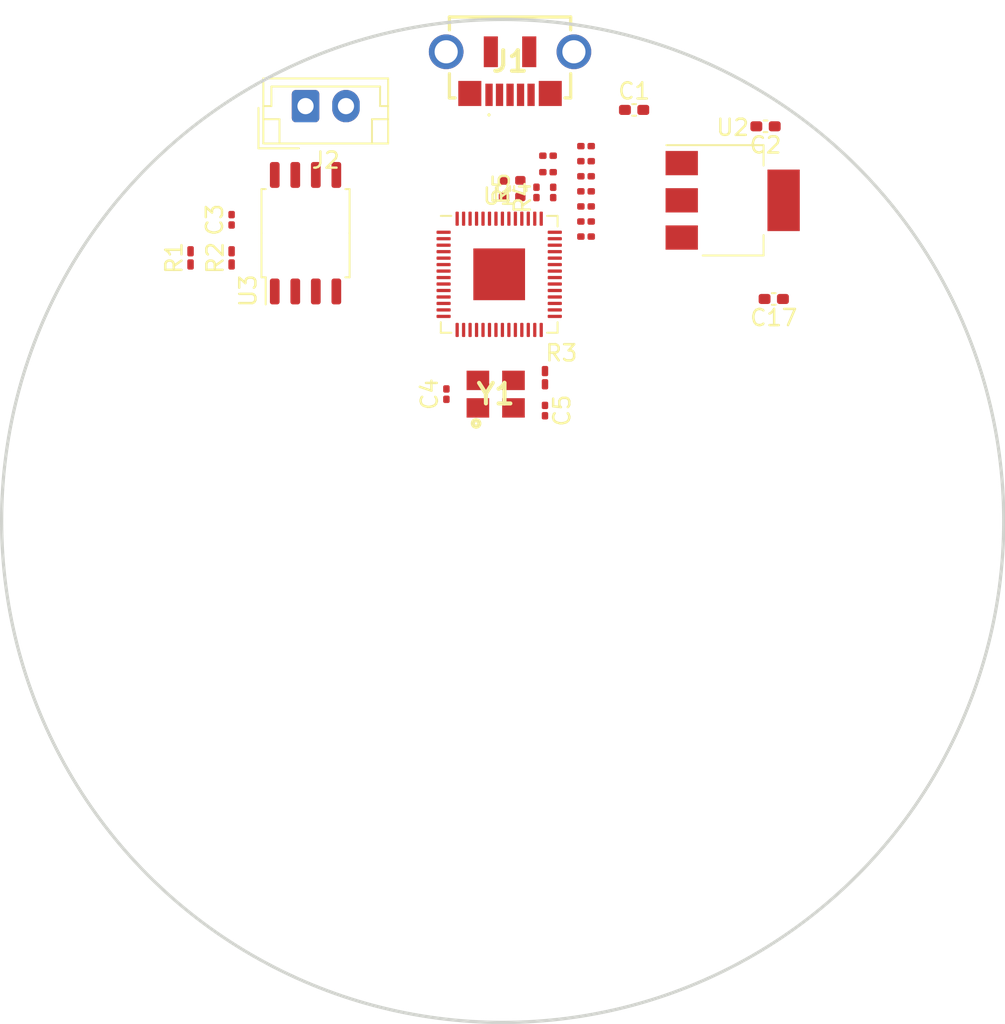
<source format=kicad_pcb>
(kicad_pcb (version 20221018) (generator pcbnew)
  (layers (0 "F.Cu" signal) (31 "B.Cu" signal) (34 "B.Paste" user) (35 "F.Paste" user) (36 "B.SilkS" user "B.Silkscreen") (37 "F.SilkS" user "F.Silkscreen") (38 "B.Mask" user) (39 "F.Mask" user) (44 "Edge.Cuts" user))
  (net 0 "")
  (net 1 "VBUS")
  (net 2 "GND")
  (net 3 "+3V3")
  (net 4 "/XIN")
  (net 5 "+1V1")
  (net 6 "/USB_D-")
  (net 7 "/USB_D+")
  (net 9 "/~{USB_BOOT}")
  (net 10 "/GPIO0")
  (net 11 "/GPIO1")
  (net 12 "/GPIO2")
  (net 13 "/GPIO3")
  (net 14 "/GPIO4")
  (net 15 "/GPIO5")
  (net 16 "/GPIO6")
  (net 17 "/GPIO7")
  (net 18 "/GPIO8")
  (net 19 "/GPIO9")
  (net 20 "/GPIO10")
  (net 21 "/GPIO11")
  (net 22 "/GPIO12")
  (net 23 "/GPIO13")
  (net 24 "/GPIO14")
  (net 25 "/GPIO15")
  (net 26 "/GPIO29_ADC3")
  (net 27 "/GPIO29_ADC2")
  (net 28 "/GPIO29_ADC1")
  (net 29 "/GPIO29_ADC0")
  (net 30 "/GPIO25")
  (net 31 "/GPIO24")
  (net 32 "/GPIO23")
  (net 33 "/GPIO22")
  (net 34 "/GPIO21")
  (net 35 "/GPIO20")
  (net 36 "/GPIO19")
  (net 37 "/GPIO18")
  (net 38 "/GPIO17")
  (net 39 "/GPIO16")
  (net 40 "/RUN")
  (net 41 "/SWD")
  (net 42 "/SWCLK")
  (net 43 "/QSPI_SS")
  (net 44 "/XOUT")
  (net 45 "Net-(U1-USB_DP)")
  (net 46 "Net-(U1-USB_DM)")
  (net 47 "/QSPI_SD3")
  (net 48 "/QSPI_SCLK")
  (net 49 "/QSPI_SD0")
  (net 50 "/QSPI_SD2")
  (net 51 "/QSPI_SD1")
  (net 52 "/OCRY")
  (footprint "Resistor_SMD:R_0201_0603Metric" (layer "F.Cu") (at 104.404 80.048)
    (fp_text reference "C8" hide)
    (fp_text value "100nF" hide)
    (pad "1" smd roundrect (at -0.32 0) (size 0.46 0.4) (layers "F.Cu" "F.Mask") (net 5 "+1V1"))
    (pad "2" smd roundrect (at 0.32 0) (size 0.46 0.4) (layers "F.Cu" "F.Mask") (net 2 "GND"))
  )
  (footprint "Resistor_SMD:R_0402_1005Metric" (layer "F.Cu") (at 101.676 81.064 -90)
    (fp_text reference "R4" (at 0.556805 -1.150653 90) (layer "F.SilkS"))
    (fp_text value "27")
    (fp_line (start -0.153641 -0.38) (end 0.153641 -0.38) (stroke (width 0.12)) (layer "F.SilkS"))
    (fp_line (start -0.153641 0.38) (end 0.153641 0.38) (stroke (width 0.12)) (layer "F.SilkS"))
    (pad "1" smd roundrect (at -0.51 0 270) (size 0.54 0.64) (layers "F.Cu" "F.Paste" "F.Mask") (net 7 "/USB_D+"))
    (pad "2" smd roundrect (at 0.51 0 270) (size 0.54 0.64) (layers "F.Cu" "F.Paste" "F.Mask") (net 45 "Net-(U1-USB_DP)"))
  )
  (footprint "Capacitor_SMD:C_0201_0603Metric" (layer "F.Cu") (at 104.724 81.300805 90)
    (fp_text reference "C9" hide)
    (fp_text value "1u" hide)
    (pad "1" smd roundrect (at -0.32 0 90) (size 0.46 0.4) (layers "F.Cu" "F.Mask") (net 3 "+3V3"))
    (pad "2" smd roundrect (at 0.32 0 90) (size 0.46 0.4) (layers "F.Cu" "F.Mask") (net 2 "GND"))
  )
  (footprint "Capacitor_SMD:C_0402_1005Metric_Pad0.74x0.62mm_HandSolder" (layer "F.Cu") (at 109.728 76.2)
    (fp_text reference "C1" (at 0 -1.16) (layer "F.SilkS"))
    (fp_text value "10uF")
    (fp_line (start -0.115835 -0.36) (end 0.115835 -0.36) (stroke (width 0.12)) (layer "F.SilkS"))
    (fp_line (start -0.115835 0.36) (end 0.115835 0.36) (stroke (width 0.12)) (layer "F.SilkS"))
    (pad "1" smd roundrect (at -0.5675 0) (size 0.735 0.62) (layers "F.Cu" "F.Paste" "F.Mask") (net 1 "VBUS"))
    (pad "2" smd roundrect (at 0.5675 0) (size 0.735 0.62) (layers "F.Cu" "F.Paste" "F.Mask") (net 2 "GND"))
  )
  (footprint "Package_DFN_QFN:QFN-56-1EP_7x7mm_P0.4mm_EP3.2x3.2mm" (layer "F.Cu") (at 101.384 86.36)
    (fp_text reference "U1" (at 0 -4.82) (layer "F.SilkS"))
    (fp_text value "RP2040")
    (fp_line (start -3.61 3.61) (end -3.61 2.96) (stroke (width 0.12)) (layer "F.SilkS"))
    (fp_line (start -2.96 -3.61) (end -3.61 -3.61) (stroke (width 0.12)) (layer "F.SilkS"))
    (fp_line (start -2.96 3.61) (end -3.61 3.61) (stroke (width 0.12)) (layer "F.SilkS"))
    (fp_line (start 2.96 -3.61) (end 3.61 -3.61) (stroke (width 0.12)) (layer "F.SilkS"))
    (fp_line (start 2.96 3.61) (end 3.61 3.61) (stroke (width 0.12)) (layer "F.SilkS"))
    (fp_line (start 3.61 -3.61) (end 3.61 -2.96) (stroke (width 0.12)) (layer "F.SilkS"))
    (fp_line (start 3.61 3.61) (end 3.61 2.96) (stroke (width 0.12)) (layer "F.SilkS"))
    (pad "1" smd roundrect (at -3.4375 -2.6) (size 0.875 0.2) (layers "F.Cu" "F.Paste" "F.Mask") (net 3 "+3V3"))
    (pad "2" smd roundrect (at -3.4375 -2.2) (size 0.875 0.2) (layers "F.Cu" "F.Paste" "F.Mask") (net 10 "/GPIO0"))
    (pad "3" smd roundrect (at -3.4375 -1.8) (size 0.875 0.2) (layers "F.Cu" "F.Paste" "F.Mask") (net 11 "/GPIO1"))
    (pad "4" smd roundrect (at -3.4375 -1.4) (size 0.875 0.2) (layers "F.Cu" "F.Paste" "F.Mask") (net 12 "/GPIO2"))
    (pad "5" smd roundrect (at -3.4375 -1) (size 0.875 0.2) (layers "F.Cu" "F.Paste" "F.Mask") (net 13 "/GPIO3"))
    (pad "6" smd roundrect (at -3.4375 -0.6) (size 0.875 0.2) (layers "F.Cu" "F.Paste" "F.Mask") (net 14 "/GPIO4"))
    (pad "7" smd roundrect (at -3.4375 -0.2) (size 0.875 0.2) (layers "F.Cu" "F.Paste" "F.Mask") (net 15 "/GPIO5"))
    (pad "8" smd roundrect (at -3.4375 0.2) (size 0.875 0.2) (layers "F.Cu" "F.Paste" "F.Mask") (net 16 "/GPIO6"))
    (pad "9" smd roundrect (at -3.4375 0.6) (size 0.875 0.2) (layers "F.Cu" "F.Paste" "F.Mask") (net 17 "/GPIO7"))
    (pad "10" smd roundrect (at -3.4375 1) (size 0.875 0.2) (layers "F.Cu" "F.Paste" "F.Mask") (net 3 "+3V3"))
    (pad "11" smd roundrect (at -3.4375 1.4) (size 0.875 0.2) (layers "F.Cu" "F.Paste" "F.Mask") (net 18 "/GPIO8"))
    (pad "12" smd roundrect (at -3.4375 1.8) (size 0.875 0.2) (layers "F.Cu" "F.Paste" "F.Mask") (net 19 "/GPIO9"))
    (pad "13" smd roundrect (at -3.4375 2.2) (size 0.875 0.2) (layers "F.Cu" "F.Paste" "F.Mask") (net 20 "/GPIO10"))
    (pad "14" smd roundrect (at -3.4375 2.6) (size 0.875 0.2) (layers "F.Cu" "F.Paste" "F.Mask") (net 21 "/GPIO11"))
    (pad "15" smd roundrect (at -2.6 3.4375) (size 0.2 0.875) (layers "F.Cu" "F.Paste" "F.Mask") (net 22 "/GPIO12"))
    (pad "16" smd roundrect (at -2.2 3.4375) (size 0.2 0.875) (layers "F.Cu" "F.Paste" "F.Mask") (net 23 "/GPIO13"))
    (pad "17" smd roundrect (at -1.8 3.4375) (size 0.2 0.875) (layers "F.Cu" "F.Paste" "F.Mask") (net 24 "/GPIO14"))
    (pad "18" smd roundrect (at -1.4 3.4375) (size 0.2 0.875) (layers "F.Cu" "F.Paste" "F.Mask") (net 25 "/GPIO15"))
    (pad "19" smd roundrect (at -1 3.4375) (size 0.2 0.875) (layers "F.Cu" "F.Paste" "F.Mask") (net 2 "GND"))
    (pad "20" smd roundrect (at -0.6 3.4375) (size 0.2 0.875) (layers "F.Cu" "F.Paste" "F.Mask") (net 4 "/XIN"))
    (pad "21" smd roundrect (at -0.2 3.4375) (size 0.2 0.875) (layers "F.Cu" "F.Paste" "F.Mask") (net 44 "/XOUT"))
    (pad "22" smd roundrect (at 0.2 3.4375) (size 0.2 0.875) (layers "F.Cu" "F.Paste" "F.Mask") (net 3 "+3V3"))
    (pad "23" smd roundrect (at 0.6 3.4375) (size 0.2 0.875) (layers "F.Cu" "F.Paste" "F.Mask") (net 5 "+1V1"))
    (pad "24" smd roundrect (at 1 3.4375) (size 0.2 0.875) (layers "F.Cu" "F.Paste" "F.Mask") (net 42 "/SWCLK"))
    (pad "25" smd roundrect (at 1.4 3.4375) (size 0.2 0.875) (layers "F.Cu" "F.Paste" "F.Mask") (net 41 "/SWD"))
    (pad "26" smd roundrect (at 1.8 3.4375) (size 0.2 0.875) (layers "F.Cu" "F.Paste" "F.Mask") (net 40 "/RUN"))
    (pad "27" smd roundrect (at 2.2 3.4375) (size 0.2 0.875) (layers "F.Cu" "F.Paste" "F.Mask") (net 39 "/GPIO16"))
    (pad "28" smd roundrect (at 2.6 3.4375) (size 0.2 0.875) (layers "F.Cu" "F.Paste" "F.Mask") (net 38 "/GPIO17"))
    (pad "29" smd roundrect (at 3.4375 2.6) (size 0.875 0.2) (layers "F.Cu" "F.Paste" "F.Mask") (net 37 "/GPIO18"))
    (pad "30" smd roundrect (at 3.4375 2.2) (size 0.875 0.2) (layers "F.Cu" "F.Paste" "F.Mask") (net 36 "/GPIO19"))
    (pad "31" smd roundrect (at 3.4375 1.8) (size 0.875 0.2) (layers "F.Cu" "F.Paste" "F.Mask") (net 35 "/GPIO20"))
    (pad "32" smd roundrect (at 3.4375 1.4) (size 0.875 0.2) (layers "F.Cu" "F.Paste" "F.Mask") (net 34 "/GPIO21"))
    (pad "33" smd roundrect (at 3.4375 1) (size 0.875 0.2) (layers "F.Cu" "F.Paste" "F.Mask") (net 3 "+3V3"))
    (pad "34" smd roundrect (at 3.4375 0.6) (size 0.875 0.2) (layers "F.Cu" "F.Paste" "F.Mask") (net 33 "/GPIO22"))
    (pad "35" smd roundrect (at 3.4375 0.2) (size 0.875 0.2) (layers "F.Cu" "F.Paste" "F.Mask") (net 32 "/GPIO23"))
    (pad "36" smd roundrect (at 3.4375 -0.2) (size 0.875 0.2) (layers "F.Cu" "F.Paste" "F.Mask") (net 31 "/GPIO24"))
    (pad "37" smd roundrect (at 3.4375 -0.6) (size 0.875 0.2) (layers "F.Cu" "F.Paste" "F.Mask") (net 30 "/GPIO25"))
    (pad "38" smd roundrect (at 3.4375 -1) (size 0.875 0.2) (layers "F.Cu" "F.Paste" "F.Mask") (net 29 "/GPIO29_ADC0"))
    (pad "39" smd roundrect (at 3.4375 -1.4) (size 0.875 0.2) (layers "F.Cu" "F.Paste" "F.Mask") (net 28 "/GPIO29_ADC1"))
    (pad "40" smd roundrect (at 3.4375 -1.8) (size 0.875 0.2) (layers "F.Cu" "F.Paste" "F.Mask") (net 27 "/GPIO29_ADC2"))
    (pad "41" smd roundrect (at 3.4375 -2.2) (size 0.875 0.2) (layers "F.Cu" "F.Paste" "F.Mask") (net 26 "/GPIO29_ADC3"))
    (pad "42" smd roundrect (at 3.4375 -2.6) (size 0.875 0.2) (layers "F.Cu" "F.Paste" "F.Mask") (net 3 "+3V3"))
    (pad "43" smd roundrect (at 2.6 -3.4375) (size 0.2 0.875) (layers "F.Cu" "F.Paste" "F.Mask") (net 3 "+3V3"))
    (pad "44" smd roundrect (at 2.2 -3.4375) (size 0.2 0.875) (layers "F.Cu" "F.Paste" "F.Mask") (net 3 "+3V3"))
    (pad "45" smd roundrect (at 1.8 -3.4375) (size 0.2 0.875) (layers "F.Cu" "F.Paste" "F.Mask") (net 5 "+1V1"))
    (pad "46" smd roundrect (at 1.4 -3.4375) (size 0.2 0.875) (layers "F.Cu" "F.Paste" "F.Mask") (net 46 "Net-(U1-USB_DM)"))
    (pad "47" smd roundrect (at 1 -3.4375) (size 0.2 0.875) (layers "F.Cu" "F.Paste" "F.Mask") (net 45 "Net-(U1-USB_DP)"))
    (pad "48" smd roundrect (at 0.6 -3.4375) (size 0.2 0.875) (layers "F.Cu" "F.Paste" "F.Mask") (net 3 "+3V3"))
    (pad "49" smd roundrect (at 0.2 -3.4375) (size 0.2 0.875) (layers "F.Cu" "F.Paste" "F.Mask") (net 3 "+3V3"))
    (pad "50" smd roundrect (at -0.2 -3.4375) (size 0.2 0.875) (layers "F.Cu" "F.Paste" "F.Mask") (net 5 "+1V1"))
    (pad "51" smd roundrect (at -0.6 -3.4375) (size 0.2 0.875) (layers "F.Cu" "F.Paste" "F.Mask") (net 47 "/QSPI_SD3"))
    (pad "52" smd roundrect (at -1 -3.4375) (size 0.2 0.875) (layers "F.Cu" "F.Paste" "F.Mask") (net 48 "/QSPI_SCLK"))
    (pad "53" smd roundrect (at -1.4 -3.4375) (size 0.2 0.875) (layers "F.Cu" "F.Paste" "F.Mask") (net 49 "/QSPI_SD0"))
    (pad "54" smd roundrect (at -1.8 -3.4375) (size 0.2 0.875) (layers "F.Cu" "F.Paste" "F.Mask") (net 50 "/QSPI_SD2"))
    (pad "55" smd roundrect (at -2.2 -3.4375) (size 0.2 0.875) (layers "F.Cu" "F.Paste" "F.Mask") (net 51 "/QSPI_SD1"))
    (pad "56" smd roundrect (at -2.6 -3.4375) (size 0.2 0.875) (layers "F.Cu" "F.Paste" "F.Mask") (net 43 "/QSPI_SS"))
    (pad "57" smd rect (at 0 0) (size 3.2 3.2) (layers "F.Cu" "F.Mask") (net 2 "GND"))
  )
  (footprint "Capacitor_SMD:C_0201_0603Metric" (layer "F.Cu") (at 104.216 94.78 -90)
    (fp_text reference "C5" (at 0 -1.05 90) (layer "F.SilkS"))
    (fp_text value "27p")
    (pad "1" smd roundrect (at -0.32 0 270) (size 0.46 0.4) (layers "F.Cu" "F.Mask") (net 52 "/OCRY"))
    (pad "2" smd roundrect (at 0.32 0 270) (size 0.46 0.4) (layers "F.Cu" "F.Mask") (net 2 "GND"))
  )
  (footprint "Package_TO_SOT_SMD:SOT-223-3_TabPin2" (layer "F.Cu") (at 115.824 81.788)
    (fp_text reference "U2" (at 0 -4.5) (layer "F.SilkS"))
    (fp_text value "NCP1117-3.3_SOT223")
    (fp_line (start -4.1 -3.41) (end 1.91 -3.41) (stroke (width 0.12)) (layer "F.SilkS"))
    (fp_line (start -1.85 3.41) (end 1.91 3.41) (stroke (width 0.12)) (layer "F.SilkS"))
    (fp_line (start 1.91 -3.41) (end 1.91 -2.15) (stroke (width 0.12)) (layer "F.SilkS"))
    (fp_line (start 1.91 3.41) (end 1.91 2.15) (stroke (width 0.12)) (layer "F.SilkS"))
    (pad "1" smd rect (at -3.15 -2.3) (size 2 1.5) (layers "F.Cu" "F.Paste" "F.Mask") (net 2 "GND"))
    (pad "2" smd rect (at -3.15 0) (size 2 1.5) (layers "F.Cu" "F.Paste" "F.Mask") (net 3 "+3V3"))
    (pad "2" smd rect (at 3.15 0) (size 2 3.8) (layers "F.Cu" "F.Paste" "F.Mask") (net 3 "+3V3"))
    (pad "3" smd rect (at -3.15 2.3) (size 2 1.5) (layers "F.Cu" "F.Paste" "F.Mask") (net 1 "VBUS"))
  )
  (footprint "Resistor_SMD:R_0201_0603Metric" (layer "F.Cu") (at 104.404 79.032)
    (fp_text reference "C7" hide)
    (fp_text value "100nF" hide)
    (pad "1" smd roundrect (at -0.32 0) (size 0.46 0.4) (layers "F.Cu" "F.Mask") (net 5 "+1V1"))
    (pad "2" smd roundrect (at 0.32 0) (size 0.46 0.4) (layers "F.Cu" "F.Mask") (net 2 "GND"))
  )
  (footprint "Capacitor_SMD:C_0201_0603Metric" (layer "F.Cu") (at 98.12 93.764 90)
    (fp_text reference "C4" (at 0 -1.05 90) (layer "F.SilkS"))
    (fp_text value "27p")
    (pad "1" smd roundrect (at -0.32 0 90) (size 0.46 0.4) (layers "F.Cu" "F.Mask") (net 4 "/XIN"))
    (pad "2" smd roundrect (at 0.32 0 90) (size 0.46 0.4) (layers "F.Cu" "F.Mask") (net 2 "GND"))
  )
  (footprint "Package_SO:SOIC-8_5.23x5.23mm_P1.27mm" (layer "F.Cu") (at 89.408 83.82 90)
    (fp_text reference "U3" (at -3.556 -3.556 90) (layer "F.SilkS"))
    (fp_text value "W25Q128JVS")
    (fp_line (start -2.725 -2.725) (end -2.725 -2.465) (stroke (width 0.12)) (layer "F.SilkS"))
    (fp_line (start -2.725 -2.465) (end -4.4 -2.465) (stroke (width 0.12)) (layer "F.SilkS"))
    (fp_line (start -2.725 2.725) (end -2.725 2.465) (stroke (width 0.12)) (layer "F.SilkS"))
    (fp_line (start 0 -2.725) (end -2.725 -2.725) (stroke (width 0.12)) (layer "F.SilkS"))
    (fp_line (start 0 -2.725) (end 2.725 -2.725) (stroke (width 0.12)) (layer "F.SilkS"))
    (fp_line (start 0 2.725) (end -2.725 2.725) (stroke (width 0.12)) (layer "F.SilkS"))
    (fp_line (start 0 2.725) (end 2.725 2.725) (stroke (width 0.12)) (layer "F.SilkS"))
    (fp_line (start 2.725 -2.725) (end 2.725 -2.465) (stroke (width 0.12)) (layer "F.SilkS"))
    (fp_line (start 2.725 2.725) (end 2.725 2.465) (stroke (width 0.12)) (layer "F.SilkS"))
    (pad "1" smd roundrect (at -3.6 -1.905 90) (size 1.6 0.6) (layers "F.Cu" "F.Paste" "F.Mask") (net 43 "/QSPI_SS"))
    (pad "2" smd roundrect (at -3.6 -0.635 90) (size 1.6 0.6) (layers "F.Cu" "F.Paste" "F.Mask") (net 51 "/QSPI_SD1"))
    (pad "3" smd roundrect (at -3.6 0.635 90) (size 1.6 0.6) (layers "F.Cu" "F.Paste" "F.Mask") (net 50 "/QSPI_SD2"))
    (pad "4" smd roundrect (at -3.6 1.905 90) (size 1.6 0.6) (layers "F.Cu" "F.Paste" "F.Mask") (net 2 "GND"))
    (pad "5" smd roundrect (at 3.6 1.905 90) (size 1.6 0.6) (layers "F.Cu" "F.Paste" "F.Mask") (net 49 "/QSPI_SD0"))
    (pad "6" smd roundrect (at 3.6 0.635 90) (size 1.6 0.6) (layers "F.Cu" "F.Paste" "F.Mask") (net 48 "/QSPI_SCLK"))
    (pad "7" smd roundrect (at 3.6 -0.635 90) (size 1.6 0.6) (layers "F.Cu" "F.Paste" "F.Mask") (net 47 "/QSPI_SD3"))
    (pad "8" smd roundrect (at 3.6 -1.905 90) (size 1.6 0.6) (layers "F.Cu" "F.Paste" "F.Mask") (net 3 "+3V3"))
  )
  (footprint "Resistor_SMD:R_0201_0603Metric_Pad0.64x0.40mm_HandSolder" (layer "F.Cu") (at 104.216 92.748 90)
    (fp_text reference "R3" (at 1.524 1.016 180) (layer "F.SilkS"))
    (fp_text value "1k")
    (pad "1" smd roundrect (at -0.4075 0 90) (size 0.635 0.4) (layers "F.Cu" "F.Mask") (net 52 "/OCRY"))
    (pad "2" smd roundrect (at 0.4075 0 90) (size 0.635 0.4) (layers "F.Cu" "F.Mask") (net 44 "/XOUT"))
  )
  (footprint "Resistor_SMD:R_0201_0603Metric_Pad0.64x0.40mm_HandSolder" (layer "F.Cu") (at 84.836 85.344 -90)
    (fp_text reference "R2" (at 0 1.016 90) (layer "F.SilkS"))
    (fp_text value "DNF" hide)
    (pad "1" smd roundrect (at -0.4075 0 270) (size 0.635 0.4) (layers "F.Cu" "F.Mask") (net 3 "+3V3"))
    (pad "2" smd roundrect (at 0.4075 0 270) (size 0.635 0.4) (layers "F.Cu" "F.Mask") (net 43 "/QSPI_SS"))
  )
  (footprint "Resistor_SMD:R_0201_0603Metric" (layer "F.Cu") (at 106.756 82.164667)
    (fp_text reference "C12" hide)
    (fp_text value "100n" hide)
    (pad "1" smd roundrect (at -0.32 0) (size 0.46 0.4) (layers "F.Cu" "F.Mask") (net 3 "+3V3"))
    (pad "2" smd roundrect (at 0.32 0) (size 0.46 0.4) (layers "F.Cu" "F.Mask") (net 2 "GND"))
  )
  (footprint "Mouser:USB_MICRO_B_1051640001" (layer "F.Cu") (at 102.03 72.859)
    (fp_text reference "J1" (at 0.025 0.35) (layer "F.SilkS") (effects (font (size 1.27 1.27) (thickness 0.254))))
    (fp_text value "USB_B_Micro" hide)
    (fp_line (start -3.725 -2.4) (end 3.775 -2.4) (stroke (width 0.2)) (layer "F.SilkS"))
    (fp_line (start -3.725 -1.6) (end -3.725 -2.4) (stroke (width 0.2)) (layer "F.SilkS"))
    (fp_line (start -3.725 2.6) (end -3.725 1.1) (stroke (width 0.2)) (layer "F.SilkS"))
    (fp_line (start -3.375 2.6) (end -3.725 2.6) (stroke (width 0.2)) (layer "F.SilkS"))
    (fp_line (start -1.275 3.6) (end -1.275 3.6) (stroke (width 0.1)) (layer "F.SilkS"))
    (fp_line (start -1.275 3.7) (end -1.275 3.7) (stroke (width 0.1)) (layer "F.SilkS"))
    (fp_line (start 3.775 -2.4) (end 3.775 -1.6) (stroke (width 0.2)) (layer "F.SilkS"))
    (fp_line (start 3.775 1.1) (end 3.775 2.6) (stroke (width 0.2)) (layer "F.SilkS"))
    (fp_line (start 3.775 2.6) (end 3.425 2.6) (stroke (width 0.2)) (layer "F.SilkS"))
    (fp_arc (start -1.275 3.6) (mid -1.225 3.65) (end -1.275 3.7) (stroke (width 0.1)) (layer "F.SilkS"))
    (fp_arc (start -1.275 3.7) (mid -1.325 3.65) (end -1.275 3.6) (stroke (width 0.1)) (layer "F.SilkS"))
    (pad "1" smd rect (at -1.275 2.41) (size 0.45 1.38) (layers "F.Cu" "F.Paste" "F.Mask") (net 1 "VBUS"))
    (pad "2" smd rect (at -0.625 2.41) (size 0.45 1.38) (layers "F.Cu" "F.Paste" "F.Mask") (net 6 "/USB_D-"))
    (pad "3" smd rect (at 0.025 2.41) (size 0.45 1.38) (layers "F.Cu" "F.Paste" "F.Mask") (net 7 "/USB_D+"))
    (pad "4" smd rect (at 0.675 2.41) (size 0.45 1.38) (layers "F.Cu" "F.Paste" "F.Mask"))
    (pad "5" smd rect (at 1.325 2.41) (size 0.45 1.38) (layers "F.Cu" "F.Paste" "F.Mask") (net 2 "GND"))
    (pad "MH1" thru_hole circle (at -3.925 -0.25) (size 2.145 2.145) (drill 1.43) (layers "*.Cu" "*.Mask"))
    (pad "MH2" thru_hole circle (at 3.975 -0.25) (size 2.145 2.145) (drill 1.43) (layers "*.Cu" "*.Mask"))
    (pad "MP1" smd rect (at -2.462 2.325) (size 1.425 1.55) (layers "F.Cu" "F.Paste" "F.Mask"))
    (pad "MP2" smd rect (at 2.512 2.325) (size 1.425 1.55) (layers "F.Cu" "F.Paste" "F.Mask"))
    (pad "MP3" smd rect (at -1.163 -0.25) (size 0.875 1.9) (layers "F.Cu" "F.Paste" "F.Mask"))
    (pad "MP4" smd rect (at 1.213 -0.25) (size 0.875 1.9) (layers "F.Cu" "F.Paste" "F.Mask"))
  )
  (footprint "Connector_JST:JST_EH_B2B-EH-A_1x02_P2.50mm_Vertical" (layer "F.Cu") (at 89.408 75.966)
    (fp_text reference "J2" (at 1.25 3.348) (layer "F.SilkS"))
    (fp_text value "Conn_01x02" hide)
    (fp_line (start -2.91 0.11) (end -2.91 2.61) (stroke (width 0.12)) (layer "F.SilkS"))
    (fp_line (start -2.91 2.61) (end -0.41 2.61) (stroke (width 0.12)) (layer "F.SilkS"))
    (fp_line (start -2.61 -1.71) (end -2.61 2.31) (stroke (width 0.12)) (layer "F.SilkS"))
    (fp_line (start -2.61 0) (end -2.11 0) (stroke (width 0.12)) (layer "F.SilkS"))
    (fp_line (start -2.61 0.81) (end -1.61 0.81) (stroke (width 0.12)) (layer "F.SilkS"))
    (fp_line (start -2.61 2.31) (end 5.11 2.31) (stroke (width 0.12)) (layer "F.SilkS"))
    (fp_line (start -2.11 -1.21) (end 4.61 -1.21) (stroke (width 0.12)) (layer "F.SilkS"))
    (fp_line (start -2.11 0) (end -2.11 -1.21) (stroke (width 0.12)) (layer "F.SilkS"))
    (fp_line (start -1.61 0.81) (end -1.61 2.31) (stroke (width 0.12)) (layer "F.SilkS"))
    (fp_line (start 4.11 0.81) (end 4.11 2.31) (stroke (width 0.12)) (layer "F.SilkS"))
    (fp_line (start 4.61 -1.21) (end 4.61 0) (stroke (width 0.12)) (layer "F.SilkS"))
    (fp_line (start 4.61 0) (end 5.11 0) (stroke (width 0.12)) (layer "F.SilkS"))
    (fp_line (start 5.11 -1.71) (end -2.61 -1.71) (stroke (width 0.12)) (layer "F.SilkS"))
    (fp_line (start 5.11 0.81) (end 4.11 0.81) (stroke (width 0.12)) (layer "F.SilkS"))
    (fp_line (start 5.11 2.31) (end 5.11 -1.71) (stroke (width 0.12)) (layer "F.SilkS"))
    (pad "1" thru_hole roundrect (at 0 0) (size 1.7 2) (drill 1) (layers "*.Cu" "*.Mask") (roundrect_rratio 0.147059) (net 2 "GND"))
    (pad "2" thru_hole oval (at 2.5 0) (size 1.7 2) (drill 1) (layers "*.Cu" "*.Mask") (net 9 "/~{USB_BOOT}"))
  )
  (footprint "Mouser:ABM8G" (layer "F.Cu") (at 101.168 93.764)
    (fp_text reference "Y1" (at 0 0) (layer "F.SilkS") (effects (font (size 1.27 1.27) (thickness 0.254))))
    (fp_text value "ABM8G-12.000MHZ-18-D2Y-T3" hide)
    (fp_circle (center -1.212 1.81) (end -1.212 1.8855) (stroke (width 0.254)) (fill none) (layer "F.SilkS"))
    (pad "1" smd rect (at -1.1 0.85 90) (size 1.2 1.4) (layers "F.Cu" "F.Paste" "F.Mask") (net 4 "/XIN"))
    (pad "2" smd rect (at 1.1 0.85 90) (size 1.2 1.4) (layers "F.Cu" "F.Paste" "F.Mask") (net 2 "GND"))
    (pad "3" smd rect (at 1.1 -0.85 90) (size 1.2 1.4) (layers "F.Cu" "F.Paste" "F.Mask") (net 52 "/OCRY"))
    (pad "4" smd rect (at -1.1 -0.85 90) (size 1.2 1.4) (layers "F.Cu" "F.Paste" "F.Mask") (net 2 "GND"))
  )
  (footprint "Resistor_SMD:R_0201_0603Metric" (layer "F.Cu") (at 106.756 78.439335)
    (fp_text reference "C13" hide)
    (fp_text value "100n" hide)
    (pad "1" smd roundrect (at -0.32 0) (size 0.46 0.4) (layers "F.Cu" "F.Mask") (net 3 "+3V3"))
    (pad "2" smd roundrect (at 0.32 0) (size 0.46 0.4) (layers "F.Cu" "F.Mask") (net 2 "GND"))
  )
  (footprint "Capacitor_SMD:C_0402_1005Metric_Pad0.74x0.62mm_HandSolder" (layer "F.Cu") (at 118.364 87.884 180)
    (fp_text reference "C17" (at 0 -1.16) (layer "F.SilkS"))
    (fp_text value "10u")
    (fp_line (start -0.115835 -0.36) (end 0.115835 -0.36) (stroke (width 0.12)) (layer "F.SilkS"))
    (fp_line (start -0.115835 0.36) (end 0.115835 0.36) (stroke (width 0.12)) (layer "F.SilkS"))
    (pad "1" smd roundrect (at -0.5675 0 180) (size 0.735 0.62) (layers "F.Cu" "F.Paste" "F.Mask") (net 3 "+3V3"))
    (pad "2" smd roundrect (at 0.5675 0 180) (size 0.735 0.62) (layers "F.Cu" "F.Paste" "F.Mask") (net 2 "GND"))
  )
  (footprint "Resistor_SMD:R_0402_1005Metric" (layer "F.Cu") (at 102.692 81.064 90)
    (fp_text reference "R5" (at 0 -1.17 90) (layer "F.SilkS"))
    (fp_text value "27")
    (fp_line (start -0.153641 -0.38) (end 0.153641 -0.38) (stroke (width 0.12)) (layer "F.SilkS"))
    (fp_line (start -0.153641 0.38) (end 0.153641 0.38) (stroke (width 0.12)) (layer "F.SilkS"))
    (pad "1" smd roundrect (at -0.51 0 90) (size 0.54 0.64) (layers "F.Cu" "F.Paste" "F.Mask") (net 46 "Net-(U1-USB_DM)"))
    (pad "2" smd roundrect (at 0.51 0 90) (size 0.54 0.64) (layers "F.Cu" "F.Paste" "F.Mask") (net 6 "/USB_D-"))
  )
  (footprint "Capacitor_SMD:C_0201_0603Metric" (layer "F.Cu") (at 103.688653 81.299471 90)
    (fp_text reference "C6" hide)
    (fp_text value "1u" hide)
    (pad "1" smd roundrect (at -0.32 0 90) (size 0.46 0.4) (layers "F.Cu" "F.Mask") (net 5 "+1V1"))
    (pad "2" smd roundrect (at 0.32 0 90) (size 0.46 0.4) (layers "F.Cu" "F.Mask") (net 2 "GND"))
  )
  (footprint "Resistor_SMD:R_0201_0603Metric" (layer "F.Cu") (at 106.756 80.302001)
    (fp_text reference "C15" hide)
    (fp_text value "100n" hide)
    (pad "1" smd roundrect (at -0.32 0) (size 0.46 0.4) (layers "F.Cu" "F.Mask") (net 3 "+3V3"))
    (pad "2" smd roundrect (at 0.32 0) (size 0.46 0.4) (layers "F.Cu" "F.Mask") (net 2 "GND"))
  )
  (footprint "Resistor_SMD:R_0201_0603Metric" (layer "F.Cu") (at 106.756 79.370668)
    (fp_text reference "C14" hide)
    (fp_text value "100n" hide)
    (pad "1" smd roundrect (at -0.32 0) (size 0.46 0.4) (layers "F.Cu" "F.Mask") (net 3 "+3V3"))
    (pad "2" smd roundrect (at 0.32 0) (size 0.46 0.4) (layers "F.Cu" "F.Mask") (net 2 "GND"))
  )
  (footprint "Capacitor_SMD:C_0402_1005Metric_Pad0.74x0.62mm_HandSolder" (layer "F.Cu") (at 117.856 77.216 180)
    (fp_text reference "C2" (at 0 -1.16) (layer "F.SilkS"))
    (fp_text value "10uF")
    (fp_line (start -0.115835 -0.36) (end 0.115835 -0.36) (stroke (width 0.12)) (layer "F.SilkS"))
    (fp_line (start -0.115835 0.36) (end 0.115835 0.36) (stroke (width 0.12)) (layer "F.SilkS"))
    (pad "1" smd roundrect (at -0.5675 0 180) (size 0.735 0.62) (layers "F.Cu" "F.Paste" "F.Mask") (net 3 "+3V3"))
    (pad "2" smd roundrect (at 0.5675 0 180) (size 0.735 0.62) (layers "F.Cu" "F.Paste" "F.Mask") (net 2 "GND"))
  )
  (footprint "Resistor_SMD:R_0201_0603Metric" (layer "F.Cu") (at 106.756 84.027335)
    (fp_text reference "C10" hide)
    (fp_text value "100n" hide)
    (pad "1" smd roundrect (at -0.32 0) (size 0.46 0.4) (layers "F.Cu" "F.Mask") (net 3 "+3V3"))
    (pad "2" smd roundrect (at 0.32 0) (size 0.46 0.4) (layers "F.Cu" "F.Mask") (net 2 "GND"))
  )
  (footprint "Resistor_SMD:R_0201_0603Metric" (layer "F.Cu") (at 106.756 83.096)
    (fp_text reference "C11" hide)
    (fp_text value "100n" hide)
    (pad "1" smd roundrect (at -0.32 0) (size 0.46 0.4) (layers "F.Cu" "F.Mask") (net 3 "+3V3"))
    (pad "2" smd roundrect (at 0.32 0) (size 0.46 0.4) (layers "F.Cu" "F.Mask") (net 2 "GND"))
  )
  (footprint "Resistor_SMD:R_0201_0603Metric" (layer "F.Cu") (at 84.836 82.992 90)
    (fp_text reference "C3" (at 0 -1.05 90) (layer "F.SilkS"))
    (fp_text value "100nF")
    (pad "1" smd roundrect (at -0.32 0 90) (size 0.46 0.4) (layers "F.Cu" "F.Mask") (net 3 "+3V3"))
    (pad "2" smd roundrect (at 0.32 0 90) (size 0.46 0.4) (layers "F.Cu" "F.Mask") (net 2 "GND"))
  )
  (footprint "Resistor_SMD:R_0201_0603Metric" (layer "F.Cu") (at 106.756 81.233334)
    (fp_text reference "C16" hide)
    (fp_text value "100n" hide)
    (pad "1" smd roundrect (at -0.32 0) (size 0.46 0.4) (layers "F.Cu" "F.Mask") (net 3 "+3V3"))
    (pad "2" smd roundrect (at 0.32 0) (size 0.46 0.4) (layers "F.Cu" "F.Mask") (net 2 "GND"))
  )
  (footprint "Resistor_SMD:R_0201_0603Metric_Pad0.64x0.40mm_HandSolder" (layer "F.Cu") (at 82.296 85.344 -90)
    (fp_text reference "R1" (at 0 1.016 90) (layer "F.SilkS"))
    (fp_text value "1k")
    (pad "1" smd roundrect (at -0.4075 0 270) (size 0.635 0.4) (layers "F.Cu" "F.Mask") (net 9 "/~{USB_BOOT}"))
    (pad "2" smd roundrect (at 0.4075 0 270) (size 0.635 0.4) (layers "F.Cu" "F.Mask") (net 43 "/QSPI_SS"))
  )
  (gr_circle (center 101.6 101.6) (end 132.588 101.6) (stroke (width 0.2)) (fill none) (layer "Edge.Cuts"))
)
</source>
